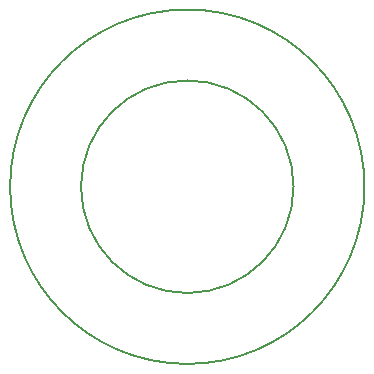
<source format=gbr>
G04 #@! TF.GenerationSoftware,KiCad,Pcbnew,(5.1.4)-1*
G04 #@! TF.CreationDate,2020-07-30T17:41:22-07:00*
G04 #@! TF.ProjectId,Kicad LED Rings,4b696361-6420-44c4-9544-2052696e6773,rev?*
G04 #@! TF.SameCoordinates,Original*
G04 #@! TF.FileFunction,Profile,NP*
%FSLAX46Y46*%
G04 Gerber Fmt 4.6, Leading zero omitted, Abs format (unit mm)*
G04 Created by KiCad (PCBNEW (5.1.4)-1) date 2020-07-30 17:41:22*
%MOMM*%
%LPD*%
G04 APERTURE LIST*
%ADD10C,0.200000*%
G04 APERTURE END LIST*
D10*
X124650000Y-79910000D02*
G75*
G03X124650000Y-79910000I-15000000J0D01*
G01*
X118650000Y-79910000D02*
G75*
G03X118650000Y-79910000I-9000000J0D01*
G01*
M02*

</source>
